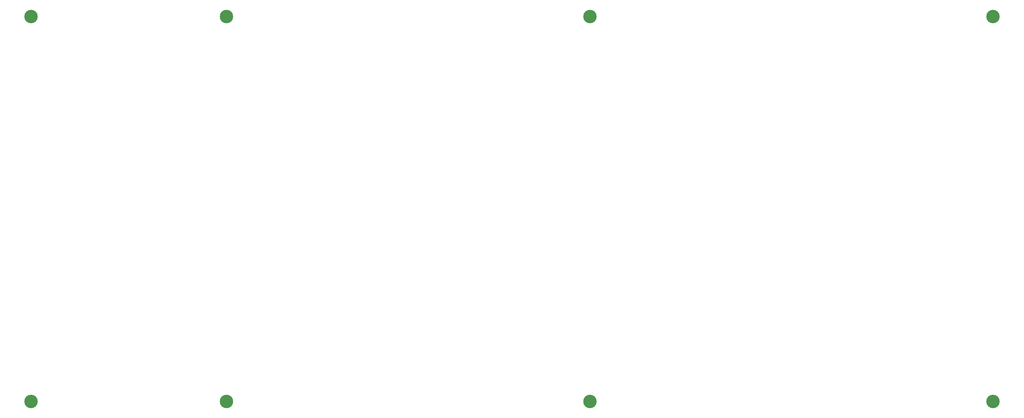
<source format=gbr>
%TF.GenerationSoftware,KiCad,Pcbnew,(6.0.1)*%
%TF.CreationDate,2022-02-07T12:21:29+01:00*%
%TF.ProjectId,base,62617365-2e6b-4696-9361-645f70636258,rev?*%
%TF.SameCoordinates,Original*%
%TF.FileFunction,Copper,L2,Bot*%
%TF.FilePolarity,Positive*%
%FSLAX46Y46*%
G04 Gerber Fmt 4.6, Leading zero omitted, Abs format (unit mm)*
G04 Created by KiCad (PCBNEW (6.0.1)) date 2022-02-07 12:21:29*
%MOMM*%
%LPD*%
G01*
G04 APERTURE LIST*
%TA.AperFunction,ComponentPad*%
%ADD10C,0.700000*%
%TD*%
%TA.AperFunction,ComponentPad*%
%ADD11C,4.400000*%
%TD*%
G04 APERTURE END LIST*
D10*
%TO.P,MountBaseMiddleTop1,1*%
%TO.N,N/C*%
X63056726Y-80065274D03*
X61890000Y-82882000D03*
X63540000Y-81232000D03*
X60240000Y-81232000D03*
D11*
X61890000Y-81232000D03*
D10*
X61890000Y-79582000D03*
X63056726Y-82398726D03*
X60723274Y-80065274D03*
X60723274Y-82398726D03*
%TD*%
%TO.P,MountBaseMiddleTop2,1*%
%TO.N,N/C*%
X60723274Y-208398726D03*
X61890000Y-205582000D03*
D11*
X61890000Y-207232000D03*
D10*
X60723274Y-206065274D03*
X61890000Y-208882000D03*
X63056726Y-208398726D03*
X63056726Y-206065274D03*
X60240000Y-207232000D03*
X63540000Y-207232000D03*
%TD*%
%TO.P,MountBaseMiddleTop5,1*%
%TO.N,N/C*%
X243723274Y-82398726D03*
X243723274Y-80065274D03*
D11*
X244890000Y-81232000D03*
D10*
X246540000Y-81232000D03*
X246056726Y-82398726D03*
X244890000Y-79582000D03*
X244890000Y-82882000D03*
X246056726Y-80065274D03*
X243240000Y-81232000D03*
%TD*%
%TO.P,MountBaseMiddleTop6,1*%
%TO.N,N/C*%
X243723274Y-206065274D03*
X246056726Y-208398726D03*
X244890000Y-208882000D03*
X243723274Y-208398726D03*
X243240000Y-207232000D03*
X246540000Y-207232000D03*
X246056726Y-206065274D03*
D11*
X244890000Y-207232000D03*
D10*
X244890000Y-205582000D03*
%TD*%
%TO.P,MountBaseMiddleTop8,1*%
%TO.N,N/C*%
X376890000Y-205582000D03*
X375240000Y-207232000D03*
X375723274Y-206065274D03*
X378540000Y-207232000D03*
D11*
X376890000Y-207232000D03*
D10*
X375723274Y-208398726D03*
X378056726Y-206065274D03*
X378056726Y-208398726D03*
X376890000Y-208882000D03*
%TD*%
%TO.P,MountBaseMiddleTop7,1*%
%TO.N,N/C*%
X378056726Y-82398726D03*
X376890000Y-79582000D03*
X378056726Y-80065274D03*
D11*
X376890000Y-81232000D03*
D10*
X376890000Y-82882000D03*
X378540000Y-81232000D03*
X375723274Y-82398726D03*
X375240000Y-81232000D03*
X375723274Y-80065274D03*
%TD*%
%TO.P,MountBaseMiddleTop4,1*%
%TO.N,N/C*%
X125890000Y-208882000D03*
X124723274Y-206065274D03*
X127056726Y-206065274D03*
X124240000Y-207232000D03*
X124723274Y-208398726D03*
X125890000Y-205582000D03*
X127540000Y-207232000D03*
X127056726Y-208398726D03*
D11*
X125890000Y-207232000D03*
%TD*%
D10*
%TO.P,MountBaseMiddleTop3,1*%
%TO.N,N/C*%
X127540000Y-81232000D03*
X124240000Y-81232000D03*
X124723274Y-80065274D03*
X127056726Y-82398726D03*
X124723274Y-82398726D03*
D11*
X125890000Y-81232000D03*
D10*
X125890000Y-82882000D03*
X125890000Y-79582000D03*
X127056726Y-80065274D03*
%TD*%
M02*

</source>
